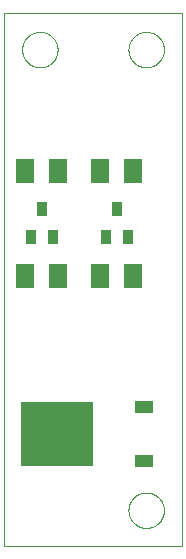
<source format=gtp>
G75*
%MOIN*%
%OFA0B0*%
%FSLAX25Y25*%
%IPPOS*%
%LPD*%
%AMOC8*
5,1,8,0,0,1.08239X$1,22.5*
%
%ADD10C,0.00000*%
%ADD11R,0.03543X0.04724*%
%ADD12R,0.06299X0.07874*%
%ADD13R,0.06299X0.03937*%
%ADD14R,0.24409X0.21260*%
D10*
X0001800Y0005756D02*
X0001800Y0183295D01*
X0060855Y0183295D01*
X0060855Y0005756D01*
X0001800Y0005756D01*
X0043138Y0017567D02*
X0043140Y0017720D01*
X0043146Y0017874D01*
X0043156Y0018027D01*
X0043170Y0018179D01*
X0043188Y0018332D01*
X0043210Y0018483D01*
X0043235Y0018634D01*
X0043265Y0018785D01*
X0043299Y0018935D01*
X0043336Y0019083D01*
X0043377Y0019231D01*
X0043422Y0019377D01*
X0043471Y0019523D01*
X0043524Y0019667D01*
X0043580Y0019809D01*
X0043640Y0019950D01*
X0043704Y0020090D01*
X0043771Y0020228D01*
X0043842Y0020364D01*
X0043917Y0020498D01*
X0043994Y0020630D01*
X0044076Y0020760D01*
X0044160Y0020888D01*
X0044248Y0021014D01*
X0044339Y0021137D01*
X0044433Y0021258D01*
X0044531Y0021376D01*
X0044631Y0021492D01*
X0044735Y0021605D01*
X0044841Y0021716D01*
X0044950Y0021824D01*
X0045062Y0021929D01*
X0045176Y0022030D01*
X0045294Y0022129D01*
X0045413Y0022225D01*
X0045535Y0022318D01*
X0045660Y0022407D01*
X0045787Y0022494D01*
X0045916Y0022576D01*
X0046047Y0022656D01*
X0046180Y0022732D01*
X0046315Y0022805D01*
X0046452Y0022874D01*
X0046591Y0022939D01*
X0046731Y0023001D01*
X0046873Y0023059D01*
X0047016Y0023114D01*
X0047161Y0023165D01*
X0047307Y0023212D01*
X0047454Y0023255D01*
X0047602Y0023294D01*
X0047751Y0023330D01*
X0047901Y0023361D01*
X0048052Y0023389D01*
X0048203Y0023413D01*
X0048356Y0023433D01*
X0048508Y0023449D01*
X0048661Y0023461D01*
X0048814Y0023469D01*
X0048967Y0023473D01*
X0049121Y0023473D01*
X0049274Y0023469D01*
X0049427Y0023461D01*
X0049580Y0023449D01*
X0049732Y0023433D01*
X0049885Y0023413D01*
X0050036Y0023389D01*
X0050187Y0023361D01*
X0050337Y0023330D01*
X0050486Y0023294D01*
X0050634Y0023255D01*
X0050781Y0023212D01*
X0050927Y0023165D01*
X0051072Y0023114D01*
X0051215Y0023059D01*
X0051357Y0023001D01*
X0051497Y0022939D01*
X0051636Y0022874D01*
X0051773Y0022805D01*
X0051908Y0022732D01*
X0052041Y0022656D01*
X0052172Y0022576D01*
X0052301Y0022494D01*
X0052428Y0022407D01*
X0052553Y0022318D01*
X0052675Y0022225D01*
X0052794Y0022129D01*
X0052912Y0022030D01*
X0053026Y0021929D01*
X0053138Y0021824D01*
X0053247Y0021716D01*
X0053353Y0021605D01*
X0053457Y0021492D01*
X0053557Y0021376D01*
X0053655Y0021258D01*
X0053749Y0021137D01*
X0053840Y0021014D01*
X0053928Y0020888D01*
X0054012Y0020760D01*
X0054094Y0020630D01*
X0054171Y0020498D01*
X0054246Y0020364D01*
X0054317Y0020228D01*
X0054384Y0020090D01*
X0054448Y0019950D01*
X0054508Y0019809D01*
X0054564Y0019667D01*
X0054617Y0019523D01*
X0054666Y0019377D01*
X0054711Y0019231D01*
X0054752Y0019083D01*
X0054789Y0018935D01*
X0054823Y0018785D01*
X0054853Y0018634D01*
X0054878Y0018483D01*
X0054900Y0018332D01*
X0054918Y0018179D01*
X0054932Y0018027D01*
X0054942Y0017874D01*
X0054948Y0017720D01*
X0054950Y0017567D01*
X0054948Y0017414D01*
X0054942Y0017260D01*
X0054932Y0017107D01*
X0054918Y0016955D01*
X0054900Y0016802D01*
X0054878Y0016651D01*
X0054853Y0016500D01*
X0054823Y0016349D01*
X0054789Y0016199D01*
X0054752Y0016051D01*
X0054711Y0015903D01*
X0054666Y0015757D01*
X0054617Y0015611D01*
X0054564Y0015467D01*
X0054508Y0015325D01*
X0054448Y0015184D01*
X0054384Y0015044D01*
X0054317Y0014906D01*
X0054246Y0014770D01*
X0054171Y0014636D01*
X0054094Y0014504D01*
X0054012Y0014374D01*
X0053928Y0014246D01*
X0053840Y0014120D01*
X0053749Y0013997D01*
X0053655Y0013876D01*
X0053557Y0013758D01*
X0053457Y0013642D01*
X0053353Y0013529D01*
X0053247Y0013418D01*
X0053138Y0013310D01*
X0053026Y0013205D01*
X0052912Y0013104D01*
X0052794Y0013005D01*
X0052675Y0012909D01*
X0052553Y0012816D01*
X0052428Y0012727D01*
X0052301Y0012640D01*
X0052172Y0012558D01*
X0052041Y0012478D01*
X0051908Y0012402D01*
X0051773Y0012329D01*
X0051636Y0012260D01*
X0051497Y0012195D01*
X0051357Y0012133D01*
X0051215Y0012075D01*
X0051072Y0012020D01*
X0050927Y0011969D01*
X0050781Y0011922D01*
X0050634Y0011879D01*
X0050486Y0011840D01*
X0050337Y0011804D01*
X0050187Y0011773D01*
X0050036Y0011745D01*
X0049885Y0011721D01*
X0049732Y0011701D01*
X0049580Y0011685D01*
X0049427Y0011673D01*
X0049274Y0011665D01*
X0049121Y0011661D01*
X0048967Y0011661D01*
X0048814Y0011665D01*
X0048661Y0011673D01*
X0048508Y0011685D01*
X0048356Y0011701D01*
X0048203Y0011721D01*
X0048052Y0011745D01*
X0047901Y0011773D01*
X0047751Y0011804D01*
X0047602Y0011840D01*
X0047454Y0011879D01*
X0047307Y0011922D01*
X0047161Y0011969D01*
X0047016Y0012020D01*
X0046873Y0012075D01*
X0046731Y0012133D01*
X0046591Y0012195D01*
X0046452Y0012260D01*
X0046315Y0012329D01*
X0046180Y0012402D01*
X0046047Y0012478D01*
X0045916Y0012558D01*
X0045787Y0012640D01*
X0045660Y0012727D01*
X0045535Y0012816D01*
X0045413Y0012909D01*
X0045294Y0013005D01*
X0045176Y0013104D01*
X0045062Y0013205D01*
X0044950Y0013310D01*
X0044841Y0013418D01*
X0044735Y0013529D01*
X0044631Y0013642D01*
X0044531Y0013758D01*
X0044433Y0013876D01*
X0044339Y0013997D01*
X0044248Y0014120D01*
X0044160Y0014246D01*
X0044076Y0014374D01*
X0043994Y0014504D01*
X0043917Y0014636D01*
X0043842Y0014770D01*
X0043771Y0014906D01*
X0043704Y0015044D01*
X0043640Y0015184D01*
X0043580Y0015325D01*
X0043524Y0015467D01*
X0043471Y0015611D01*
X0043422Y0015757D01*
X0043377Y0015903D01*
X0043336Y0016051D01*
X0043299Y0016199D01*
X0043265Y0016349D01*
X0043235Y0016500D01*
X0043210Y0016651D01*
X0043188Y0016802D01*
X0043170Y0016955D01*
X0043156Y0017107D01*
X0043146Y0017260D01*
X0043140Y0017414D01*
X0043138Y0017567D01*
X0043138Y0171110D02*
X0043140Y0171263D01*
X0043146Y0171417D01*
X0043156Y0171570D01*
X0043170Y0171722D01*
X0043188Y0171875D01*
X0043210Y0172026D01*
X0043235Y0172177D01*
X0043265Y0172328D01*
X0043299Y0172478D01*
X0043336Y0172626D01*
X0043377Y0172774D01*
X0043422Y0172920D01*
X0043471Y0173066D01*
X0043524Y0173210D01*
X0043580Y0173352D01*
X0043640Y0173493D01*
X0043704Y0173633D01*
X0043771Y0173771D01*
X0043842Y0173907D01*
X0043917Y0174041D01*
X0043994Y0174173D01*
X0044076Y0174303D01*
X0044160Y0174431D01*
X0044248Y0174557D01*
X0044339Y0174680D01*
X0044433Y0174801D01*
X0044531Y0174919D01*
X0044631Y0175035D01*
X0044735Y0175148D01*
X0044841Y0175259D01*
X0044950Y0175367D01*
X0045062Y0175472D01*
X0045176Y0175573D01*
X0045294Y0175672D01*
X0045413Y0175768D01*
X0045535Y0175861D01*
X0045660Y0175950D01*
X0045787Y0176037D01*
X0045916Y0176119D01*
X0046047Y0176199D01*
X0046180Y0176275D01*
X0046315Y0176348D01*
X0046452Y0176417D01*
X0046591Y0176482D01*
X0046731Y0176544D01*
X0046873Y0176602D01*
X0047016Y0176657D01*
X0047161Y0176708D01*
X0047307Y0176755D01*
X0047454Y0176798D01*
X0047602Y0176837D01*
X0047751Y0176873D01*
X0047901Y0176904D01*
X0048052Y0176932D01*
X0048203Y0176956D01*
X0048356Y0176976D01*
X0048508Y0176992D01*
X0048661Y0177004D01*
X0048814Y0177012D01*
X0048967Y0177016D01*
X0049121Y0177016D01*
X0049274Y0177012D01*
X0049427Y0177004D01*
X0049580Y0176992D01*
X0049732Y0176976D01*
X0049885Y0176956D01*
X0050036Y0176932D01*
X0050187Y0176904D01*
X0050337Y0176873D01*
X0050486Y0176837D01*
X0050634Y0176798D01*
X0050781Y0176755D01*
X0050927Y0176708D01*
X0051072Y0176657D01*
X0051215Y0176602D01*
X0051357Y0176544D01*
X0051497Y0176482D01*
X0051636Y0176417D01*
X0051773Y0176348D01*
X0051908Y0176275D01*
X0052041Y0176199D01*
X0052172Y0176119D01*
X0052301Y0176037D01*
X0052428Y0175950D01*
X0052553Y0175861D01*
X0052675Y0175768D01*
X0052794Y0175672D01*
X0052912Y0175573D01*
X0053026Y0175472D01*
X0053138Y0175367D01*
X0053247Y0175259D01*
X0053353Y0175148D01*
X0053457Y0175035D01*
X0053557Y0174919D01*
X0053655Y0174801D01*
X0053749Y0174680D01*
X0053840Y0174557D01*
X0053928Y0174431D01*
X0054012Y0174303D01*
X0054094Y0174173D01*
X0054171Y0174041D01*
X0054246Y0173907D01*
X0054317Y0173771D01*
X0054384Y0173633D01*
X0054448Y0173493D01*
X0054508Y0173352D01*
X0054564Y0173210D01*
X0054617Y0173066D01*
X0054666Y0172920D01*
X0054711Y0172774D01*
X0054752Y0172626D01*
X0054789Y0172478D01*
X0054823Y0172328D01*
X0054853Y0172177D01*
X0054878Y0172026D01*
X0054900Y0171875D01*
X0054918Y0171722D01*
X0054932Y0171570D01*
X0054942Y0171417D01*
X0054948Y0171263D01*
X0054950Y0171110D01*
X0054948Y0170957D01*
X0054942Y0170803D01*
X0054932Y0170650D01*
X0054918Y0170498D01*
X0054900Y0170345D01*
X0054878Y0170194D01*
X0054853Y0170043D01*
X0054823Y0169892D01*
X0054789Y0169742D01*
X0054752Y0169594D01*
X0054711Y0169446D01*
X0054666Y0169300D01*
X0054617Y0169154D01*
X0054564Y0169010D01*
X0054508Y0168868D01*
X0054448Y0168727D01*
X0054384Y0168587D01*
X0054317Y0168449D01*
X0054246Y0168313D01*
X0054171Y0168179D01*
X0054094Y0168047D01*
X0054012Y0167917D01*
X0053928Y0167789D01*
X0053840Y0167663D01*
X0053749Y0167540D01*
X0053655Y0167419D01*
X0053557Y0167301D01*
X0053457Y0167185D01*
X0053353Y0167072D01*
X0053247Y0166961D01*
X0053138Y0166853D01*
X0053026Y0166748D01*
X0052912Y0166647D01*
X0052794Y0166548D01*
X0052675Y0166452D01*
X0052553Y0166359D01*
X0052428Y0166270D01*
X0052301Y0166183D01*
X0052172Y0166101D01*
X0052041Y0166021D01*
X0051908Y0165945D01*
X0051773Y0165872D01*
X0051636Y0165803D01*
X0051497Y0165738D01*
X0051357Y0165676D01*
X0051215Y0165618D01*
X0051072Y0165563D01*
X0050927Y0165512D01*
X0050781Y0165465D01*
X0050634Y0165422D01*
X0050486Y0165383D01*
X0050337Y0165347D01*
X0050187Y0165316D01*
X0050036Y0165288D01*
X0049885Y0165264D01*
X0049732Y0165244D01*
X0049580Y0165228D01*
X0049427Y0165216D01*
X0049274Y0165208D01*
X0049121Y0165204D01*
X0048967Y0165204D01*
X0048814Y0165208D01*
X0048661Y0165216D01*
X0048508Y0165228D01*
X0048356Y0165244D01*
X0048203Y0165264D01*
X0048052Y0165288D01*
X0047901Y0165316D01*
X0047751Y0165347D01*
X0047602Y0165383D01*
X0047454Y0165422D01*
X0047307Y0165465D01*
X0047161Y0165512D01*
X0047016Y0165563D01*
X0046873Y0165618D01*
X0046731Y0165676D01*
X0046591Y0165738D01*
X0046452Y0165803D01*
X0046315Y0165872D01*
X0046180Y0165945D01*
X0046047Y0166021D01*
X0045916Y0166101D01*
X0045787Y0166183D01*
X0045660Y0166270D01*
X0045535Y0166359D01*
X0045413Y0166452D01*
X0045294Y0166548D01*
X0045176Y0166647D01*
X0045062Y0166748D01*
X0044950Y0166853D01*
X0044841Y0166961D01*
X0044735Y0167072D01*
X0044631Y0167185D01*
X0044531Y0167301D01*
X0044433Y0167419D01*
X0044339Y0167540D01*
X0044248Y0167663D01*
X0044160Y0167789D01*
X0044076Y0167917D01*
X0043994Y0168047D01*
X0043917Y0168179D01*
X0043842Y0168313D01*
X0043771Y0168449D01*
X0043704Y0168587D01*
X0043640Y0168727D01*
X0043580Y0168868D01*
X0043524Y0169010D01*
X0043471Y0169154D01*
X0043422Y0169300D01*
X0043377Y0169446D01*
X0043336Y0169594D01*
X0043299Y0169742D01*
X0043265Y0169892D01*
X0043235Y0170043D01*
X0043210Y0170194D01*
X0043188Y0170345D01*
X0043170Y0170498D01*
X0043156Y0170650D01*
X0043146Y0170803D01*
X0043140Y0170957D01*
X0043138Y0171110D01*
X0007705Y0171110D02*
X0007707Y0171263D01*
X0007713Y0171417D01*
X0007723Y0171570D01*
X0007737Y0171722D01*
X0007755Y0171875D01*
X0007777Y0172026D01*
X0007802Y0172177D01*
X0007832Y0172328D01*
X0007866Y0172478D01*
X0007903Y0172626D01*
X0007944Y0172774D01*
X0007989Y0172920D01*
X0008038Y0173066D01*
X0008091Y0173210D01*
X0008147Y0173352D01*
X0008207Y0173493D01*
X0008271Y0173633D01*
X0008338Y0173771D01*
X0008409Y0173907D01*
X0008484Y0174041D01*
X0008561Y0174173D01*
X0008643Y0174303D01*
X0008727Y0174431D01*
X0008815Y0174557D01*
X0008906Y0174680D01*
X0009000Y0174801D01*
X0009098Y0174919D01*
X0009198Y0175035D01*
X0009302Y0175148D01*
X0009408Y0175259D01*
X0009517Y0175367D01*
X0009629Y0175472D01*
X0009743Y0175573D01*
X0009861Y0175672D01*
X0009980Y0175768D01*
X0010102Y0175861D01*
X0010227Y0175950D01*
X0010354Y0176037D01*
X0010483Y0176119D01*
X0010614Y0176199D01*
X0010747Y0176275D01*
X0010882Y0176348D01*
X0011019Y0176417D01*
X0011158Y0176482D01*
X0011298Y0176544D01*
X0011440Y0176602D01*
X0011583Y0176657D01*
X0011728Y0176708D01*
X0011874Y0176755D01*
X0012021Y0176798D01*
X0012169Y0176837D01*
X0012318Y0176873D01*
X0012468Y0176904D01*
X0012619Y0176932D01*
X0012770Y0176956D01*
X0012923Y0176976D01*
X0013075Y0176992D01*
X0013228Y0177004D01*
X0013381Y0177012D01*
X0013534Y0177016D01*
X0013688Y0177016D01*
X0013841Y0177012D01*
X0013994Y0177004D01*
X0014147Y0176992D01*
X0014299Y0176976D01*
X0014452Y0176956D01*
X0014603Y0176932D01*
X0014754Y0176904D01*
X0014904Y0176873D01*
X0015053Y0176837D01*
X0015201Y0176798D01*
X0015348Y0176755D01*
X0015494Y0176708D01*
X0015639Y0176657D01*
X0015782Y0176602D01*
X0015924Y0176544D01*
X0016064Y0176482D01*
X0016203Y0176417D01*
X0016340Y0176348D01*
X0016475Y0176275D01*
X0016608Y0176199D01*
X0016739Y0176119D01*
X0016868Y0176037D01*
X0016995Y0175950D01*
X0017120Y0175861D01*
X0017242Y0175768D01*
X0017361Y0175672D01*
X0017479Y0175573D01*
X0017593Y0175472D01*
X0017705Y0175367D01*
X0017814Y0175259D01*
X0017920Y0175148D01*
X0018024Y0175035D01*
X0018124Y0174919D01*
X0018222Y0174801D01*
X0018316Y0174680D01*
X0018407Y0174557D01*
X0018495Y0174431D01*
X0018579Y0174303D01*
X0018661Y0174173D01*
X0018738Y0174041D01*
X0018813Y0173907D01*
X0018884Y0173771D01*
X0018951Y0173633D01*
X0019015Y0173493D01*
X0019075Y0173352D01*
X0019131Y0173210D01*
X0019184Y0173066D01*
X0019233Y0172920D01*
X0019278Y0172774D01*
X0019319Y0172626D01*
X0019356Y0172478D01*
X0019390Y0172328D01*
X0019420Y0172177D01*
X0019445Y0172026D01*
X0019467Y0171875D01*
X0019485Y0171722D01*
X0019499Y0171570D01*
X0019509Y0171417D01*
X0019515Y0171263D01*
X0019517Y0171110D01*
X0019515Y0170957D01*
X0019509Y0170803D01*
X0019499Y0170650D01*
X0019485Y0170498D01*
X0019467Y0170345D01*
X0019445Y0170194D01*
X0019420Y0170043D01*
X0019390Y0169892D01*
X0019356Y0169742D01*
X0019319Y0169594D01*
X0019278Y0169446D01*
X0019233Y0169300D01*
X0019184Y0169154D01*
X0019131Y0169010D01*
X0019075Y0168868D01*
X0019015Y0168727D01*
X0018951Y0168587D01*
X0018884Y0168449D01*
X0018813Y0168313D01*
X0018738Y0168179D01*
X0018661Y0168047D01*
X0018579Y0167917D01*
X0018495Y0167789D01*
X0018407Y0167663D01*
X0018316Y0167540D01*
X0018222Y0167419D01*
X0018124Y0167301D01*
X0018024Y0167185D01*
X0017920Y0167072D01*
X0017814Y0166961D01*
X0017705Y0166853D01*
X0017593Y0166748D01*
X0017479Y0166647D01*
X0017361Y0166548D01*
X0017242Y0166452D01*
X0017120Y0166359D01*
X0016995Y0166270D01*
X0016868Y0166183D01*
X0016739Y0166101D01*
X0016608Y0166021D01*
X0016475Y0165945D01*
X0016340Y0165872D01*
X0016203Y0165803D01*
X0016064Y0165738D01*
X0015924Y0165676D01*
X0015782Y0165618D01*
X0015639Y0165563D01*
X0015494Y0165512D01*
X0015348Y0165465D01*
X0015201Y0165422D01*
X0015053Y0165383D01*
X0014904Y0165347D01*
X0014754Y0165316D01*
X0014603Y0165288D01*
X0014452Y0165264D01*
X0014299Y0165244D01*
X0014147Y0165228D01*
X0013994Y0165216D01*
X0013841Y0165208D01*
X0013688Y0165204D01*
X0013534Y0165204D01*
X0013381Y0165208D01*
X0013228Y0165216D01*
X0013075Y0165228D01*
X0012923Y0165244D01*
X0012770Y0165264D01*
X0012619Y0165288D01*
X0012468Y0165316D01*
X0012318Y0165347D01*
X0012169Y0165383D01*
X0012021Y0165422D01*
X0011874Y0165465D01*
X0011728Y0165512D01*
X0011583Y0165563D01*
X0011440Y0165618D01*
X0011298Y0165676D01*
X0011158Y0165738D01*
X0011019Y0165803D01*
X0010882Y0165872D01*
X0010747Y0165945D01*
X0010614Y0166021D01*
X0010483Y0166101D01*
X0010354Y0166183D01*
X0010227Y0166270D01*
X0010102Y0166359D01*
X0009980Y0166452D01*
X0009861Y0166548D01*
X0009743Y0166647D01*
X0009629Y0166748D01*
X0009517Y0166853D01*
X0009408Y0166961D01*
X0009302Y0167072D01*
X0009198Y0167185D01*
X0009098Y0167301D01*
X0009000Y0167419D01*
X0008906Y0167540D01*
X0008815Y0167663D01*
X0008727Y0167789D01*
X0008643Y0167917D01*
X0008561Y0168047D01*
X0008484Y0168179D01*
X0008409Y0168313D01*
X0008338Y0168449D01*
X0008271Y0168587D01*
X0008207Y0168727D01*
X0008147Y0168868D01*
X0008091Y0169010D01*
X0008038Y0169154D01*
X0007989Y0169300D01*
X0007944Y0169446D01*
X0007903Y0169594D01*
X0007866Y0169742D01*
X0007832Y0169892D01*
X0007802Y0170043D01*
X0007777Y0170194D01*
X0007755Y0170345D01*
X0007737Y0170498D01*
X0007723Y0170650D01*
X0007713Y0170803D01*
X0007707Y0170957D01*
X0007705Y0171110D01*
D11*
X0014300Y0117980D03*
X0010560Y0108531D03*
X0018040Y0108531D03*
X0035560Y0108531D03*
X0039300Y0117980D03*
X0043040Y0108531D03*
D12*
X0044812Y0095756D03*
X0033788Y0095756D03*
X0033788Y0130756D03*
X0044812Y0130756D03*
X0019812Y0130756D03*
X0008788Y0130756D03*
X0008788Y0095756D03*
X0019812Y0095756D03*
D13*
X0048198Y0051917D03*
X0048198Y0033965D03*
D14*
X0019457Y0042941D03*
M02*

</source>
